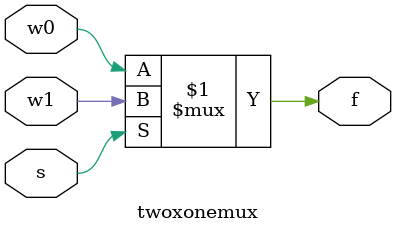
<source format=v>
`timescale 1ns / 1ps


module twoxonemux (input w0, w1, s, output f);

assign f = s ? w1 : w0;
endmodule

</source>
